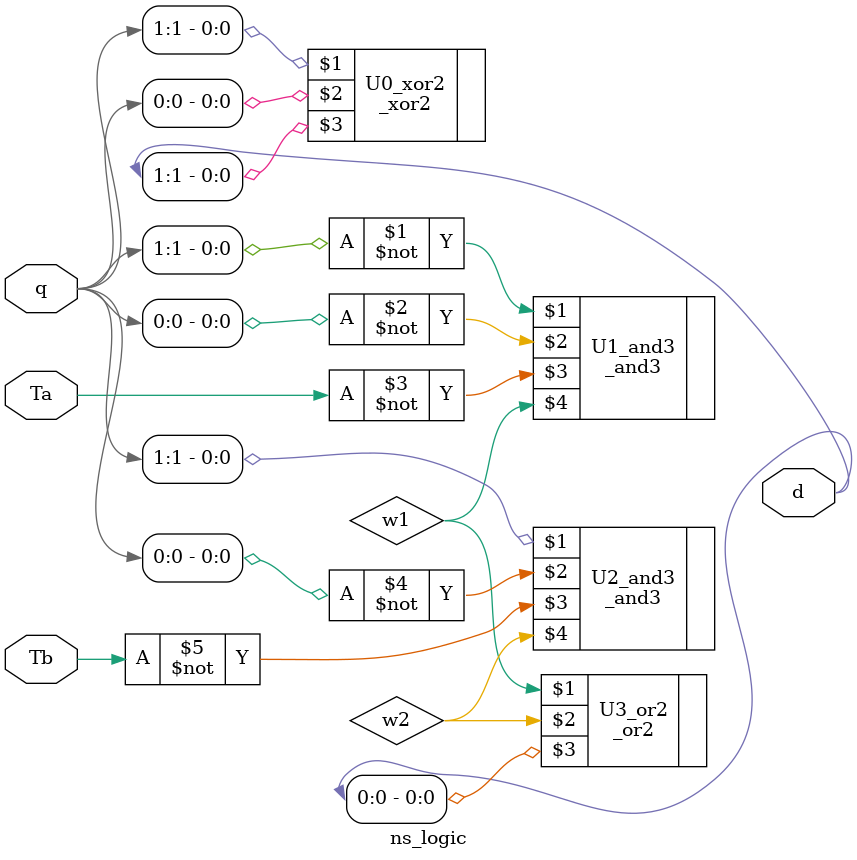
<source format=v>
module ns_logic(d,Ta,Tb,q);
	input [1:0] q;
	input Ta,Tb;
	output [1:0] d;
	wire w1,w2;
	
	_xor2 U0_xor2(q[1],q[0],d[1]);
	_and3 U1_and3((~q[1]),(~q[0]),(~Ta),w1);
	_and3 U2_and3(q[1],(~q[0]),(~Tb),w2);
	_or2 U3_or2(w1,w2,d[0]);
	//d instance
endmodule
	
</source>
